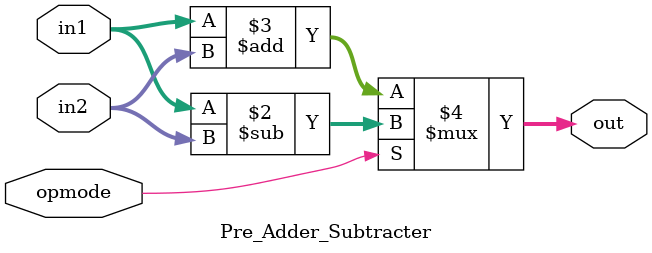
<source format=v>
module Pre_Adder_Subtracter(in1,in2,opmode,out);
input [17:0]in1,in2;
input opmode;
output [17:0]out;

assign out =(opmode==1)?(in1-in2):(in1+in2);
endmodule


</source>
